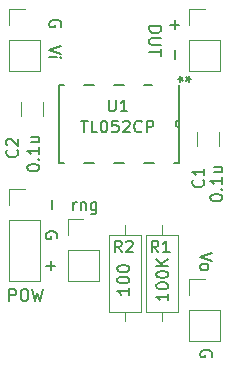
<source format=gbr>
%TF.GenerationSoftware,KiCad,Pcbnew,8.0.6*%
%TF.CreationDate,2025-02-14T15:15:11-07:00*%
%TF.ProjectId,KiCad_Curve_Tracer,4b694361-645f-4437-9572-76655f547261,rev?*%
%TF.SameCoordinates,Original*%
%TF.FileFunction,Legend,Top*%
%TF.FilePolarity,Positive*%
%FSLAX46Y46*%
G04 Gerber Fmt 4.6, Leading zero omitted, Abs format (unit mm)*
G04 Created by KiCad (PCBNEW 8.0.6) date 2025-02-14 15:15:11*
%MOMM*%
%LPD*%
G01*
G04 APERTURE LIST*
%ADD10C,0.150000*%
%ADD11C,0.200000*%
%ADD12C,0.120000*%
%ADD13C,0.152400*%
G04 APERTURE END LIST*
D10*
X57858819Y-58316666D02*
X57858819Y-58888094D01*
X57858819Y-58602380D02*
X56858819Y-58602380D01*
X56858819Y-58602380D02*
X57001676Y-58697618D01*
X57001676Y-58697618D02*
X57096914Y-58792856D01*
X57096914Y-58792856D02*
X57144533Y-58888094D01*
X56858819Y-57697618D02*
X56858819Y-57602380D01*
X56858819Y-57602380D02*
X56906438Y-57507142D01*
X56906438Y-57507142D02*
X56954057Y-57459523D01*
X56954057Y-57459523D02*
X57049295Y-57411904D01*
X57049295Y-57411904D02*
X57239771Y-57364285D01*
X57239771Y-57364285D02*
X57477866Y-57364285D01*
X57477866Y-57364285D02*
X57668342Y-57411904D01*
X57668342Y-57411904D02*
X57763580Y-57459523D01*
X57763580Y-57459523D02*
X57811200Y-57507142D01*
X57811200Y-57507142D02*
X57858819Y-57602380D01*
X57858819Y-57602380D02*
X57858819Y-57697618D01*
X57858819Y-57697618D02*
X57811200Y-57792856D01*
X57811200Y-57792856D02*
X57763580Y-57840475D01*
X57763580Y-57840475D02*
X57668342Y-57888094D01*
X57668342Y-57888094D02*
X57477866Y-57935713D01*
X57477866Y-57935713D02*
X57239771Y-57935713D01*
X57239771Y-57935713D02*
X57049295Y-57888094D01*
X57049295Y-57888094D02*
X56954057Y-57840475D01*
X56954057Y-57840475D02*
X56906438Y-57792856D01*
X56906438Y-57792856D02*
X56858819Y-57697618D01*
X56858819Y-56745237D02*
X56858819Y-56649999D01*
X56858819Y-56649999D02*
X56906438Y-56554761D01*
X56906438Y-56554761D02*
X56954057Y-56507142D01*
X56954057Y-56507142D02*
X57049295Y-56459523D01*
X57049295Y-56459523D02*
X57239771Y-56411904D01*
X57239771Y-56411904D02*
X57477866Y-56411904D01*
X57477866Y-56411904D02*
X57668342Y-56459523D01*
X57668342Y-56459523D02*
X57763580Y-56507142D01*
X57763580Y-56507142D02*
X57811200Y-56554761D01*
X57811200Y-56554761D02*
X57858819Y-56649999D01*
X57858819Y-56649999D02*
X57858819Y-56745237D01*
X57858819Y-56745237D02*
X57811200Y-56840475D01*
X57811200Y-56840475D02*
X57763580Y-56888094D01*
X57763580Y-56888094D02*
X57668342Y-56935713D01*
X57668342Y-56935713D02*
X57477866Y-56983332D01*
X57477866Y-56983332D02*
X57239771Y-56983332D01*
X57239771Y-56983332D02*
X57049295Y-56935713D01*
X57049295Y-56935713D02*
X56954057Y-56888094D01*
X56954057Y-56888094D02*
X56906438Y-56840475D01*
X56906438Y-56840475D02*
X56858819Y-56745237D01*
X57858819Y-55983332D02*
X56858819Y-55983332D01*
X57858819Y-55411904D02*
X57287390Y-55840475D01*
X56858819Y-55411904D02*
X57430247Y-55983332D01*
X44413868Y-58927539D02*
X44413868Y-57927539D01*
X44413868Y-57927539D02*
X44794820Y-57927539D01*
X44794820Y-57927539D02*
X44890058Y-57975158D01*
X44890058Y-57975158D02*
X44937677Y-58022777D01*
X44937677Y-58022777D02*
X44985296Y-58118015D01*
X44985296Y-58118015D02*
X44985296Y-58260872D01*
X44985296Y-58260872D02*
X44937677Y-58356110D01*
X44937677Y-58356110D02*
X44890058Y-58403729D01*
X44890058Y-58403729D02*
X44794820Y-58451348D01*
X44794820Y-58451348D02*
X44413868Y-58451348D01*
X45604344Y-57927539D02*
X45794820Y-57927539D01*
X45794820Y-57927539D02*
X45890058Y-57975158D01*
X45890058Y-57975158D02*
X45985296Y-58070396D01*
X45985296Y-58070396D02*
X46032915Y-58260872D01*
X46032915Y-58260872D02*
X46032915Y-58594205D01*
X46032915Y-58594205D02*
X45985296Y-58784681D01*
X45985296Y-58784681D02*
X45890058Y-58879920D01*
X45890058Y-58879920D02*
X45794820Y-58927539D01*
X45794820Y-58927539D02*
X45604344Y-58927539D01*
X45604344Y-58927539D02*
X45509106Y-58879920D01*
X45509106Y-58879920D02*
X45413868Y-58784681D01*
X45413868Y-58784681D02*
X45366249Y-58594205D01*
X45366249Y-58594205D02*
X45366249Y-58260872D01*
X45366249Y-58260872D02*
X45413868Y-58070396D01*
X45413868Y-58070396D02*
X45509106Y-57975158D01*
X45509106Y-57975158D02*
X45604344Y-57927539D01*
X46366249Y-57927539D02*
X46604344Y-58927539D01*
X46604344Y-58927539D02*
X46794820Y-58213253D01*
X46794820Y-58213253D02*
X46985296Y-58927539D01*
X46985296Y-58927539D02*
X47223392Y-57927539D01*
X45936819Y-47696285D02*
X45936819Y-47601047D01*
X45936819Y-47601047D02*
X45984438Y-47505809D01*
X45984438Y-47505809D02*
X46032057Y-47458190D01*
X46032057Y-47458190D02*
X46127295Y-47410571D01*
X46127295Y-47410571D02*
X46317771Y-47362952D01*
X46317771Y-47362952D02*
X46555866Y-47362952D01*
X46555866Y-47362952D02*
X46746342Y-47410571D01*
X46746342Y-47410571D02*
X46841580Y-47458190D01*
X46841580Y-47458190D02*
X46889200Y-47505809D01*
X46889200Y-47505809D02*
X46936819Y-47601047D01*
X46936819Y-47601047D02*
X46936819Y-47696285D01*
X46936819Y-47696285D02*
X46889200Y-47791523D01*
X46889200Y-47791523D02*
X46841580Y-47839142D01*
X46841580Y-47839142D02*
X46746342Y-47886761D01*
X46746342Y-47886761D02*
X46555866Y-47934380D01*
X46555866Y-47934380D02*
X46317771Y-47934380D01*
X46317771Y-47934380D02*
X46127295Y-47886761D01*
X46127295Y-47886761D02*
X46032057Y-47839142D01*
X46032057Y-47839142D02*
X45984438Y-47791523D01*
X45984438Y-47791523D02*
X45936819Y-47696285D01*
X46841580Y-46934380D02*
X46889200Y-46886761D01*
X46889200Y-46886761D02*
X46936819Y-46934380D01*
X46936819Y-46934380D02*
X46889200Y-46981999D01*
X46889200Y-46981999D02*
X46841580Y-46934380D01*
X46841580Y-46934380D02*
X46936819Y-46934380D01*
X46936819Y-45934381D02*
X46936819Y-46505809D01*
X46936819Y-46220095D02*
X45936819Y-46220095D01*
X45936819Y-46220095D02*
X46079676Y-46315333D01*
X46079676Y-46315333D02*
X46174914Y-46410571D01*
X46174914Y-46410571D02*
X46222533Y-46505809D01*
X46270152Y-45077238D02*
X46936819Y-45077238D01*
X46270152Y-45505809D02*
X46793961Y-45505809D01*
X46793961Y-45505809D02*
X46889200Y-45458190D01*
X46889200Y-45458190D02*
X46936819Y-45362952D01*
X46936819Y-45362952D02*
X46936819Y-45220095D01*
X46936819Y-45220095D02*
X46889200Y-45124857D01*
X46889200Y-45124857D02*
X46841580Y-45077238D01*
D11*
X61584780Y-54836816D02*
X60584780Y-55170149D01*
X60584780Y-55170149D02*
X61584780Y-55503482D01*
X60584780Y-55979673D02*
X60632400Y-55884435D01*
X60632400Y-55884435D02*
X60680019Y-55836816D01*
X60680019Y-55836816D02*
X60775257Y-55789197D01*
X60775257Y-55789197D02*
X61060971Y-55789197D01*
X61060971Y-55789197D02*
X61156209Y-55836816D01*
X61156209Y-55836816D02*
X61203828Y-55884435D01*
X61203828Y-55884435D02*
X61251447Y-55979673D01*
X61251447Y-55979673D02*
X61251447Y-56122530D01*
X61251447Y-56122530D02*
X61203828Y-56217768D01*
X61203828Y-56217768D02*
X61156209Y-56265387D01*
X61156209Y-56265387D02*
X61060971Y-56313006D01*
X61060971Y-56313006D02*
X60775257Y-56313006D01*
X60775257Y-56313006D02*
X60680019Y-56265387D01*
X60680019Y-56265387D02*
X60632400Y-56217768D01*
X60632400Y-56217768D02*
X60584780Y-56122530D01*
X60584780Y-56122530D02*
X60584780Y-55979673D01*
D10*
X61430819Y-50236285D02*
X61430819Y-50141047D01*
X61430819Y-50141047D02*
X61478438Y-50045809D01*
X61478438Y-50045809D02*
X61526057Y-49998190D01*
X61526057Y-49998190D02*
X61621295Y-49950571D01*
X61621295Y-49950571D02*
X61811771Y-49902952D01*
X61811771Y-49902952D02*
X62049866Y-49902952D01*
X62049866Y-49902952D02*
X62240342Y-49950571D01*
X62240342Y-49950571D02*
X62335580Y-49998190D01*
X62335580Y-49998190D02*
X62383200Y-50045809D01*
X62383200Y-50045809D02*
X62430819Y-50141047D01*
X62430819Y-50141047D02*
X62430819Y-50236285D01*
X62430819Y-50236285D02*
X62383200Y-50331523D01*
X62383200Y-50331523D02*
X62335580Y-50379142D01*
X62335580Y-50379142D02*
X62240342Y-50426761D01*
X62240342Y-50426761D02*
X62049866Y-50474380D01*
X62049866Y-50474380D02*
X61811771Y-50474380D01*
X61811771Y-50474380D02*
X61621295Y-50426761D01*
X61621295Y-50426761D02*
X61526057Y-50379142D01*
X61526057Y-50379142D02*
X61478438Y-50331523D01*
X61478438Y-50331523D02*
X61430819Y-50236285D01*
X62335580Y-49474380D02*
X62383200Y-49426761D01*
X62383200Y-49426761D02*
X62430819Y-49474380D01*
X62430819Y-49474380D02*
X62383200Y-49521999D01*
X62383200Y-49521999D02*
X62335580Y-49474380D01*
X62335580Y-49474380D02*
X62430819Y-49474380D01*
X62430819Y-48474381D02*
X62430819Y-49045809D01*
X62430819Y-48760095D02*
X61430819Y-48760095D01*
X61430819Y-48760095D02*
X61573676Y-48855333D01*
X61573676Y-48855333D02*
X61668914Y-48950571D01*
X61668914Y-48950571D02*
X61716533Y-49045809D01*
X61764152Y-47617238D02*
X62430819Y-47617238D01*
X61764152Y-48045809D02*
X62287961Y-48045809D01*
X62287961Y-48045809D02*
X62383200Y-47998190D01*
X62383200Y-47998190D02*
X62430819Y-47902952D01*
X62430819Y-47902952D02*
X62430819Y-47760095D01*
X62430819Y-47760095D02*
X62383200Y-47664857D01*
X62383200Y-47664857D02*
X62335580Y-47617238D01*
X54556819Y-57816666D02*
X54556819Y-58388094D01*
X54556819Y-58102380D02*
X53556819Y-58102380D01*
X53556819Y-58102380D02*
X53699676Y-58197618D01*
X53699676Y-58197618D02*
X53794914Y-58292856D01*
X53794914Y-58292856D02*
X53842533Y-58388094D01*
X53556819Y-57197618D02*
X53556819Y-57102380D01*
X53556819Y-57102380D02*
X53604438Y-57007142D01*
X53604438Y-57007142D02*
X53652057Y-56959523D01*
X53652057Y-56959523D02*
X53747295Y-56911904D01*
X53747295Y-56911904D02*
X53937771Y-56864285D01*
X53937771Y-56864285D02*
X54175866Y-56864285D01*
X54175866Y-56864285D02*
X54366342Y-56911904D01*
X54366342Y-56911904D02*
X54461580Y-56959523D01*
X54461580Y-56959523D02*
X54509200Y-57007142D01*
X54509200Y-57007142D02*
X54556819Y-57102380D01*
X54556819Y-57102380D02*
X54556819Y-57197618D01*
X54556819Y-57197618D02*
X54509200Y-57292856D01*
X54509200Y-57292856D02*
X54461580Y-57340475D01*
X54461580Y-57340475D02*
X54366342Y-57388094D01*
X54366342Y-57388094D02*
X54175866Y-57435713D01*
X54175866Y-57435713D02*
X53937771Y-57435713D01*
X53937771Y-57435713D02*
X53747295Y-57388094D01*
X53747295Y-57388094D02*
X53652057Y-57340475D01*
X53652057Y-57340475D02*
X53604438Y-57292856D01*
X53604438Y-57292856D02*
X53556819Y-57197618D01*
X53556819Y-56245237D02*
X53556819Y-56149999D01*
X53556819Y-56149999D02*
X53604438Y-56054761D01*
X53604438Y-56054761D02*
X53652057Y-56007142D01*
X53652057Y-56007142D02*
X53747295Y-55959523D01*
X53747295Y-55959523D02*
X53937771Y-55911904D01*
X53937771Y-55911904D02*
X54175866Y-55911904D01*
X54175866Y-55911904D02*
X54366342Y-55959523D01*
X54366342Y-55959523D02*
X54461580Y-56007142D01*
X54461580Y-56007142D02*
X54509200Y-56054761D01*
X54509200Y-56054761D02*
X54556819Y-56149999D01*
X54556819Y-56149999D02*
X54556819Y-56245237D01*
X54556819Y-56245237D02*
X54509200Y-56340475D01*
X54509200Y-56340475D02*
X54461580Y-56388094D01*
X54461580Y-56388094D02*
X54366342Y-56435713D01*
X54366342Y-56435713D02*
X54175866Y-56483332D01*
X54175866Y-56483332D02*
X53937771Y-56483332D01*
X53937771Y-56483332D02*
X53747295Y-56435713D01*
X53747295Y-56435713D02*
X53652057Y-56388094D01*
X53652057Y-56388094D02*
X53604438Y-56340475D01*
X53604438Y-56340475D02*
X53556819Y-56245237D01*
D11*
X61537161Y-63631482D02*
X61584780Y-63536244D01*
X61584780Y-63536244D02*
X61584780Y-63393387D01*
X61584780Y-63393387D02*
X61537161Y-63250530D01*
X61537161Y-63250530D02*
X61441923Y-63155292D01*
X61441923Y-63155292D02*
X61346685Y-63107673D01*
X61346685Y-63107673D02*
X61156209Y-63060054D01*
X61156209Y-63060054D02*
X61013352Y-63060054D01*
X61013352Y-63060054D02*
X60822876Y-63107673D01*
X60822876Y-63107673D02*
X60727638Y-63155292D01*
X60727638Y-63155292D02*
X60632400Y-63250530D01*
X60632400Y-63250530D02*
X60584780Y-63393387D01*
X60584780Y-63393387D02*
X60584780Y-63488625D01*
X60584780Y-63488625D02*
X60632400Y-63631482D01*
X60632400Y-63631482D02*
X60680019Y-63679101D01*
X60680019Y-63679101D02*
X61013352Y-63679101D01*
X61013352Y-63679101D02*
X61013352Y-63488625D01*
X56266780Y-35675673D02*
X57266780Y-35675673D01*
X57266780Y-35675673D02*
X57266780Y-35913768D01*
X57266780Y-35913768D02*
X57219161Y-36056625D01*
X57219161Y-36056625D02*
X57123923Y-36151863D01*
X57123923Y-36151863D02*
X57028685Y-36199482D01*
X57028685Y-36199482D02*
X56838209Y-36247101D01*
X56838209Y-36247101D02*
X56695352Y-36247101D01*
X56695352Y-36247101D02*
X56504876Y-36199482D01*
X56504876Y-36199482D02*
X56409638Y-36151863D01*
X56409638Y-36151863D02*
X56314400Y-36056625D01*
X56314400Y-36056625D02*
X56266780Y-35913768D01*
X56266780Y-35913768D02*
X56266780Y-35675673D01*
X57266780Y-36675673D02*
X56457257Y-36675673D01*
X56457257Y-36675673D02*
X56362019Y-36723292D01*
X56362019Y-36723292D02*
X56314400Y-36770911D01*
X56314400Y-36770911D02*
X56266780Y-36866149D01*
X56266780Y-36866149D02*
X56266780Y-37056625D01*
X56266780Y-37056625D02*
X56314400Y-37151863D01*
X56314400Y-37151863D02*
X56362019Y-37199482D01*
X56362019Y-37199482D02*
X56457257Y-37247101D01*
X56457257Y-37247101D02*
X57266780Y-37247101D01*
X57266780Y-37580435D02*
X57266780Y-38151863D01*
X56266780Y-37866149D02*
X57266780Y-37866149D01*
X48442845Y-53610366D02*
X48490464Y-53515128D01*
X48490464Y-53515128D02*
X48490464Y-53372271D01*
X48490464Y-53372271D02*
X48442845Y-53229414D01*
X48442845Y-53229414D02*
X48347607Y-53134176D01*
X48347607Y-53134176D02*
X48252369Y-53086557D01*
X48252369Y-53086557D02*
X48061893Y-53038938D01*
X48061893Y-53038938D02*
X47919036Y-53038938D01*
X47919036Y-53038938D02*
X47728560Y-53086557D01*
X47728560Y-53086557D02*
X47633322Y-53134176D01*
X47633322Y-53134176D02*
X47538084Y-53229414D01*
X47538084Y-53229414D02*
X47490464Y-53372271D01*
X47490464Y-53372271D02*
X47490464Y-53467509D01*
X47490464Y-53467509D02*
X47538084Y-53610366D01*
X47538084Y-53610366D02*
X47585703Y-53657985D01*
X47585703Y-53657985D02*
X47919036Y-53657985D01*
X47919036Y-53657985D02*
X47919036Y-53467509D01*
X47930264Y-55547733D02*
X47930264Y-56309638D01*
X47549311Y-55928685D02*
X48311216Y-55928685D01*
X47989110Y-50418841D02*
X47989110Y-51180746D01*
X48765161Y-35691482D02*
X48812780Y-35596244D01*
X48812780Y-35596244D02*
X48812780Y-35453387D01*
X48812780Y-35453387D02*
X48765161Y-35310530D01*
X48765161Y-35310530D02*
X48669923Y-35215292D01*
X48669923Y-35215292D02*
X48574685Y-35167673D01*
X48574685Y-35167673D02*
X48384209Y-35120054D01*
X48384209Y-35120054D02*
X48241352Y-35120054D01*
X48241352Y-35120054D02*
X48050876Y-35167673D01*
X48050876Y-35167673D02*
X47955638Y-35215292D01*
X47955638Y-35215292D02*
X47860400Y-35310530D01*
X47860400Y-35310530D02*
X47812780Y-35453387D01*
X47812780Y-35453387D02*
X47812780Y-35548625D01*
X47812780Y-35548625D02*
X47860400Y-35691482D01*
X47860400Y-35691482D02*
X47908019Y-35739101D01*
X47908019Y-35739101D02*
X48241352Y-35739101D01*
X48241352Y-35739101D02*
X48241352Y-35548625D01*
D10*
X49823809Y-51254819D02*
X49823809Y-50588152D01*
X49823809Y-50778628D02*
X49871428Y-50683390D01*
X49871428Y-50683390D02*
X49919047Y-50635771D01*
X49919047Y-50635771D02*
X50014285Y-50588152D01*
X50014285Y-50588152D02*
X50109523Y-50588152D01*
X50442857Y-50588152D02*
X50442857Y-51254819D01*
X50442857Y-50683390D02*
X50490476Y-50635771D01*
X50490476Y-50635771D02*
X50585714Y-50588152D01*
X50585714Y-50588152D02*
X50728571Y-50588152D01*
X50728571Y-50588152D02*
X50823809Y-50635771D01*
X50823809Y-50635771D02*
X50871428Y-50731009D01*
X50871428Y-50731009D02*
X50871428Y-51254819D01*
X51776190Y-50588152D02*
X51776190Y-51397676D01*
X51776190Y-51397676D02*
X51728571Y-51492914D01*
X51728571Y-51492914D02*
X51680952Y-51540533D01*
X51680952Y-51540533D02*
X51585714Y-51588152D01*
X51585714Y-51588152D02*
X51442857Y-51588152D01*
X51442857Y-51588152D02*
X51347619Y-51540533D01*
X51776190Y-51207200D02*
X51680952Y-51254819D01*
X51680952Y-51254819D02*
X51490476Y-51254819D01*
X51490476Y-51254819D02*
X51395238Y-51207200D01*
X51395238Y-51207200D02*
X51347619Y-51159580D01*
X51347619Y-51159580D02*
X51300000Y-51064342D01*
X51300000Y-51064342D02*
X51300000Y-50778628D01*
X51300000Y-50778628D02*
X51347619Y-50683390D01*
X51347619Y-50683390D02*
X51395238Y-50635771D01*
X51395238Y-50635771D02*
X51490476Y-50588152D01*
X51490476Y-50588152D02*
X51680952Y-50588152D01*
X51680952Y-50588152D02*
X51776190Y-50635771D01*
D11*
X58425733Y-35167673D02*
X58425733Y-35929578D01*
X58044780Y-35548625D02*
X58806685Y-35548625D01*
X58425733Y-37707673D02*
X58425733Y-38469578D01*
D10*
X50474952Y-43650819D02*
X51046380Y-43650819D01*
X50760666Y-44650819D02*
X50760666Y-43650819D01*
X51855904Y-44650819D02*
X51379714Y-44650819D01*
X51379714Y-44650819D02*
X51379714Y-43650819D01*
X52379714Y-43650819D02*
X52474952Y-43650819D01*
X52474952Y-43650819D02*
X52570190Y-43698438D01*
X52570190Y-43698438D02*
X52617809Y-43746057D01*
X52617809Y-43746057D02*
X52665428Y-43841295D01*
X52665428Y-43841295D02*
X52713047Y-44031771D01*
X52713047Y-44031771D02*
X52713047Y-44269866D01*
X52713047Y-44269866D02*
X52665428Y-44460342D01*
X52665428Y-44460342D02*
X52617809Y-44555580D01*
X52617809Y-44555580D02*
X52570190Y-44603200D01*
X52570190Y-44603200D02*
X52474952Y-44650819D01*
X52474952Y-44650819D02*
X52379714Y-44650819D01*
X52379714Y-44650819D02*
X52284476Y-44603200D01*
X52284476Y-44603200D02*
X52236857Y-44555580D01*
X52236857Y-44555580D02*
X52189238Y-44460342D01*
X52189238Y-44460342D02*
X52141619Y-44269866D01*
X52141619Y-44269866D02*
X52141619Y-44031771D01*
X52141619Y-44031771D02*
X52189238Y-43841295D01*
X52189238Y-43841295D02*
X52236857Y-43746057D01*
X52236857Y-43746057D02*
X52284476Y-43698438D01*
X52284476Y-43698438D02*
X52379714Y-43650819D01*
X53617809Y-43650819D02*
X53141619Y-43650819D01*
X53141619Y-43650819D02*
X53094000Y-44127009D01*
X53094000Y-44127009D02*
X53141619Y-44079390D01*
X53141619Y-44079390D02*
X53236857Y-44031771D01*
X53236857Y-44031771D02*
X53474952Y-44031771D01*
X53474952Y-44031771D02*
X53570190Y-44079390D01*
X53570190Y-44079390D02*
X53617809Y-44127009D01*
X53617809Y-44127009D02*
X53665428Y-44222247D01*
X53665428Y-44222247D02*
X53665428Y-44460342D01*
X53665428Y-44460342D02*
X53617809Y-44555580D01*
X53617809Y-44555580D02*
X53570190Y-44603200D01*
X53570190Y-44603200D02*
X53474952Y-44650819D01*
X53474952Y-44650819D02*
X53236857Y-44650819D01*
X53236857Y-44650819D02*
X53141619Y-44603200D01*
X53141619Y-44603200D02*
X53094000Y-44555580D01*
X54046381Y-43746057D02*
X54094000Y-43698438D01*
X54094000Y-43698438D02*
X54189238Y-43650819D01*
X54189238Y-43650819D02*
X54427333Y-43650819D01*
X54427333Y-43650819D02*
X54522571Y-43698438D01*
X54522571Y-43698438D02*
X54570190Y-43746057D01*
X54570190Y-43746057D02*
X54617809Y-43841295D01*
X54617809Y-43841295D02*
X54617809Y-43936533D01*
X54617809Y-43936533D02*
X54570190Y-44079390D01*
X54570190Y-44079390D02*
X53998762Y-44650819D01*
X53998762Y-44650819D02*
X54617809Y-44650819D01*
X55617809Y-44555580D02*
X55570190Y-44603200D01*
X55570190Y-44603200D02*
X55427333Y-44650819D01*
X55427333Y-44650819D02*
X55332095Y-44650819D01*
X55332095Y-44650819D02*
X55189238Y-44603200D01*
X55189238Y-44603200D02*
X55094000Y-44507961D01*
X55094000Y-44507961D02*
X55046381Y-44412723D01*
X55046381Y-44412723D02*
X54998762Y-44222247D01*
X54998762Y-44222247D02*
X54998762Y-44079390D01*
X54998762Y-44079390D02*
X55046381Y-43888914D01*
X55046381Y-43888914D02*
X55094000Y-43793676D01*
X55094000Y-43793676D02*
X55189238Y-43698438D01*
X55189238Y-43698438D02*
X55332095Y-43650819D01*
X55332095Y-43650819D02*
X55427333Y-43650819D01*
X55427333Y-43650819D02*
X55570190Y-43698438D01*
X55570190Y-43698438D02*
X55617809Y-43746057D01*
X56046381Y-44650819D02*
X56046381Y-43650819D01*
X56046381Y-43650819D02*
X56427333Y-43650819D01*
X56427333Y-43650819D02*
X56522571Y-43698438D01*
X56522571Y-43698438D02*
X56570190Y-43746057D01*
X56570190Y-43746057D02*
X56617809Y-43841295D01*
X56617809Y-43841295D02*
X56617809Y-43984152D01*
X56617809Y-43984152D02*
X56570190Y-44079390D01*
X56570190Y-44079390D02*
X56522571Y-44127009D01*
X56522571Y-44127009D02*
X56427333Y-44174628D01*
X56427333Y-44174628D02*
X56046381Y-44174628D01*
D11*
X48812780Y-37310816D02*
X47812780Y-37644149D01*
X47812780Y-37644149D02*
X48812780Y-37977482D01*
X47812780Y-38310816D02*
X48479447Y-38310816D01*
X48812780Y-38310816D02*
X48765161Y-38263197D01*
X48765161Y-38263197D02*
X48717542Y-38310816D01*
X48717542Y-38310816D02*
X48765161Y-38358435D01*
X48765161Y-38358435D02*
X48812780Y-38310816D01*
X48812780Y-38310816D02*
X48717542Y-38310816D01*
D10*
X57030343Y-54810819D02*
X56697010Y-54334628D01*
X56458915Y-54810819D02*
X56458915Y-53810819D01*
X56458915Y-53810819D02*
X56839867Y-53810819D01*
X56839867Y-53810819D02*
X56935105Y-53858438D01*
X56935105Y-53858438D02*
X56982724Y-53906057D01*
X56982724Y-53906057D02*
X57030343Y-54001295D01*
X57030343Y-54001295D02*
X57030343Y-54144152D01*
X57030343Y-54144152D02*
X56982724Y-54239390D01*
X56982724Y-54239390D02*
X56935105Y-54287009D01*
X56935105Y-54287009D02*
X56839867Y-54334628D01*
X56839867Y-54334628D02*
X56458915Y-54334628D01*
X57982724Y-54810819D02*
X57411296Y-54810819D01*
X57697010Y-54810819D02*
X57697010Y-53810819D01*
X57697010Y-53810819D02*
X57601772Y-53953676D01*
X57601772Y-53953676D02*
X57506534Y-54048914D01*
X57506534Y-54048914D02*
X57411296Y-54096533D01*
X45063580Y-46140666D02*
X45111200Y-46188285D01*
X45111200Y-46188285D02*
X45158819Y-46331142D01*
X45158819Y-46331142D02*
X45158819Y-46426380D01*
X45158819Y-46426380D02*
X45111200Y-46569237D01*
X45111200Y-46569237D02*
X45015961Y-46664475D01*
X45015961Y-46664475D02*
X44920723Y-46712094D01*
X44920723Y-46712094D02*
X44730247Y-46759713D01*
X44730247Y-46759713D02*
X44587390Y-46759713D01*
X44587390Y-46759713D02*
X44396914Y-46712094D01*
X44396914Y-46712094D02*
X44301676Y-46664475D01*
X44301676Y-46664475D02*
X44206438Y-46569237D01*
X44206438Y-46569237D02*
X44158819Y-46426380D01*
X44158819Y-46426380D02*
X44158819Y-46331142D01*
X44158819Y-46331142D02*
X44206438Y-46188285D01*
X44206438Y-46188285D02*
X44254057Y-46140666D01*
X44254057Y-45759713D02*
X44206438Y-45712094D01*
X44206438Y-45712094D02*
X44158819Y-45616856D01*
X44158819Y-45616856D02*
X44158819Y-45378761D01*
X44158819Y-45378761D02*
X44206438Y-45283523D01*
X44206438Y-45283523D02*
X44254057Y-45235904D01*
X44254057Y-45235904D02*
X44349295Y-45188285D01*
X44349295Y-45188285D02*
X44444533Y-45188285D01*
X44444533Y-45188285D02*
X44587390Y-45235904D01*
X44587390Y-45235904D02*
X45158819Y-45807332D01*
X45158819Y-45807332D02*
X45158819Y-45188285D01*
X52832095Y-41872819D02*
X52832095Y-42682342D01*
X52832095Y-42682342D02*
X52879714Y-42777580D01*
X52879714Y-42777580D02*
X52927333Y-42825200D01*
X52927333Y-42825200D02*
X53022571Y-42872819D01*
X53022571Y-42872819D02*
X53213047Y-42872819D01*
X53213047Y-42872819D02*
X53308285Y-42825200D01*
X53308285Y-42825200D02*
X53355904Y-42777580D01*
X53355904Y-42777580D02*
X53403523Y-42682342D01*
X53403523Y-42682342D02*
X53403523Y-41872819D01*
X54403523Y-42872819D02*
X53832095Y-42872819D01*
X54117809Y-42872819D02*
X54117809Y-41872819D01*
X54117809Y-41872819D02*
X54022571Y-42015676D01*
X54022571Y-42015676D02*
X53927333Y-42110914D01*
X53927333Y-42110914D02*
X53832095Y-42158533D01*
X58714552Y-40125369D02*
X58952647Y-40125369D01*
X58857409Y-40363464D02*
X58952647Y-40125369D01*
X58952647Y-40125369D02*
X58857409Y-39887274D01*
X59143123Y-40268226D02*
X58952647Y-40125369D01*
X58952647Y-40125369D02*
X59143123Y-39982512D01*
X59804913Y-40125370D02*
X59566818Y-40125370D01*
X59662056Y-39887275D02*
X59566818Y-40125370D01*
X59566818Y-40125370D02*
X59662056Y-40363465D01*
X59376342Y-39982513D02*
X59566818Y-40125370D01*
X59566818Y-40125370D02*
X59376342Y-40268227D01*
X53929123Y-54810819D02*
X53595790Y-54334628D01*
X53357695Y-54810819D02*
X53357695Y-53810819D01*
X53357695Y-53810819D02*
X53738647Y-53810819D01*
X53738647Y-53810819D02*
X53833885Y-53858438D01*
X53833885Y-53858438D02*
X53881504Y-53906057D01*
X53881504Y-53906057D02*
X53929123Y-54001295D01*
X53929123Y-54001295D02*
X53929123Y-54144152D01*
X53929123Y-54144152D02*
X53881504Y-54239390D01*
X53881504Y-54239390D02*
X53833885Y-54287009D01*
X53833885Y-54287009D02*
X53738647Y-54334628D01*
X53738647Y-54334628D02*
X53357695Y-54334628D01*
X54310076Y-53906057D02*
X54357695Y-53858438D01*
X54357695Y-53858438D02*
X54452933Y-53810819D01*
X54452933Y-53810819D02*
X54691028Y-53810819D01*
X54691028Y-53810819D02*
X54786266Y-53858438D01*
X54786266Y-53858438D02*
X54833885Y-53906057D01*
X54833885Y-53906057D02*
X54881504Y-54001295D01*
X54881504Y-54001295D02*
X54881504Y-54096533D01*
X54881504Y-54096533D02*
X54833885Y-54239390D01*
X54833885Y-54239390D02*
X54262457Y-54810819D01*
X54262457Y-54810819D02*
X54881504Y-54810819D01*
X60811580Y-48680666D02*
X60859200Y-48728285D01*
X60859200Y-48728285D02*
X60906819Y-48871142D01*
X60906819Y-48871142D02*
X60906819Y-48966380D01*
X60906819Y-48966380D02*
X60859200Y-49109237D01*
X60859200Y-49109237D02*
X60763961Y-49204475D01*
X60763961Y-49204475D02*
X60668723Y-49252094D01*
X60668723Y-49252094D02*
X60478247Y-49299713D01*
X60478247Y-49299713D02*
X60335390Y-49299713D01*
X60335390Y-49299713D02*
X60144914Y-49252094D01*
X60144914Y-49252094D02*
X60049676Y-49204475D01*
X60049676Y-49204475D02*
X59954438Y-49109237D01*
X59954438Y-49109237D02*
X59906819Y-48966380D01*
X59906819Y-48966380D02*
X59906819Y-48871142D01*
X59906819Y-48871142D02*
X59954438Y-48728285D01*
X59954438Y-48728285D02*
X60002057Y-48680666D01*
X60906819Y-47728285D02*
X60906819Y-48299713D01*
X60906819Y-48013999D02*
X59906819Y-48013999D01*
X59906819Y-48013999D02*
X60049676Y-48109237D01*
X60049676Y-48109237D02*
X60144914Y-48204475D01*
X60144914Y-48204475D02*
X60192533Y-48299713D01*
D12*
%TO.C,J1*%
X44390000Y-34230000D02*
X45720000Y-34230000D01*
X44390000Y-35560000D02*
X44390000Y-34230000D01*
X44390000Y-36830000D02*
X44390000Y-39430000D01*
X44390000Y-36830000D02*
X47050000Y-36830000D01*
X44390000Y-39430000D02*
X47050000Y-39430000D01*
X47050000Y-36830000D02*
X47050000Y-39430000D01*
%TO.C,J5*%
X59630000Y-57090000D02*
X60960000Y-57090000D01*
X59630000Y-58420000D02*
X59630000Y-57090000D01*
X59630000Y-59690000D02*
X59630000Y-62290000D01*
X59630000Y-59690000D02*
X62290000Y-59690000D01*
X59630000Y-62290000D02*
X62290000Y-62290000D01*
X62290000Y-59690000D02*
X62290000Y-62290000D01*
%TO.C,R1*%
X55970842Y-53303113D02*
X55970842Y-59843113D01*
X55970842Y-59843113D02*
X58710842Y-59843113D01*
X57340842Y-52533113D02*
X57340842Y-53303113D01*
X57340842Y-60613113D02*
X57340842Y-59843113D01*
X58710842Y-53303113D02*
X55970842Y-53303113D01*
X58710842Y-59843113D02*
X58710842Y-53303113D01*
%TO.C,J2*%
X59630000Y-34230000D02*
X60960000Y-34230000D01*
X59630000Y-35560000D02*
X59630000Y-34230000D01*
X59630000Y-36830000D02*
X59630000Y-39430000D01*
X59630000Y-36830000D02*
X62290000Y-36830000D01*
X59630000Y-39430000D02*
X62290000Y-39430000D01*
X62290000Y-36830000D02*
X62290000Y-39430000D01*
%TO.C,C2*%
X45394710Y-42043000D02*
X45394710Y-43301000D01*
X47234710Y-42043000D02*
X47234710Y-43301000D01*
D13*
%TO.C,U1*%
X48623415Y-40633370D02*
X48623415Y-47237370D01*
X48623415Y-47237370D02*
X49010601Y-47237370D01*
X49010601Y-40633370D02*
X48623415Y-40633370D01*
X50776229Y-47237370D02*
X51550601Y-47237370D01*
X51550601Y-40633370D02*
X50776229Y-40633370D01*
X53316229Y-47237370D02*
X54090601Y-47237370D01*
X54090601Y-40633370D02*
X53316229Y-40633370D01*
X55856229Y-47237370D02*
X56630601Y-47237370D01*
X56494875Y-40633370D02*
X55856229Y-40633370D01*
X58396229Y-47237370D02*
X58783415Y-47237370D01*
X58783415Y-47237370D02*
X58783415Y-40633370D01*
X58783415Y-44240170D02*
G75*
G02*
X58783415Y-43630570I0J304800D01*
G01*
D12*
%TO.C,R2*%
X52834239Y-53303113D02*
X52834239Y-59843113D01*
X52834239Y-59843113D02*
X55574239Y-59843113D01*
X54204239Y-52533113D02*
X54204239Y-53303113D01*
X54204239Y-60613113D02*
X54204239Y-59843113D01*
X55574239Y-53303113D02*
X52834239Y-53303113D01*
X55574239Y-59843113D02*
X55574239Y-53303113D01*
%TO.C,C1*%
X60294000Y-45841000D02*
X60294000Y-44583000D01*
X62134000Y-45841000D02*
X62134000Y-44583000D01*
%TO.C,J4*%
X44390000Y-49470000D02*
X45720000Y-49470000D01*
X44390000Y-50800000D02*
X44390000Y-49470000D01*
X44390000Y-52070000D02*
X44390000Y-57210000D01*
X44390000Y-52070000D02*
X47050000Y-52070000D01*
X44390000Y-57210000D02*
X47050000Y-57210000D01*
X47050000Y-52070000D02*
X47050000Y-57210000D01*
%TO.C,J3*%
X49351593Y-52010000D02*
X50681593Y-52010000D01*
X49351593Y-53340000D02*
X49351593Y-52010000D01*
X49351593Y-54610000D02*
X49351593Y-57210000D01*
X49351593Y-54610000D02*
X52011593Y-54610000D01*
X49351593Y-57210000D02*
X52011593Y-57210000D01*
X52011593Y-54610000D02*
X52011593Y-57210000D01*
%TD*%
M02*

</source>
